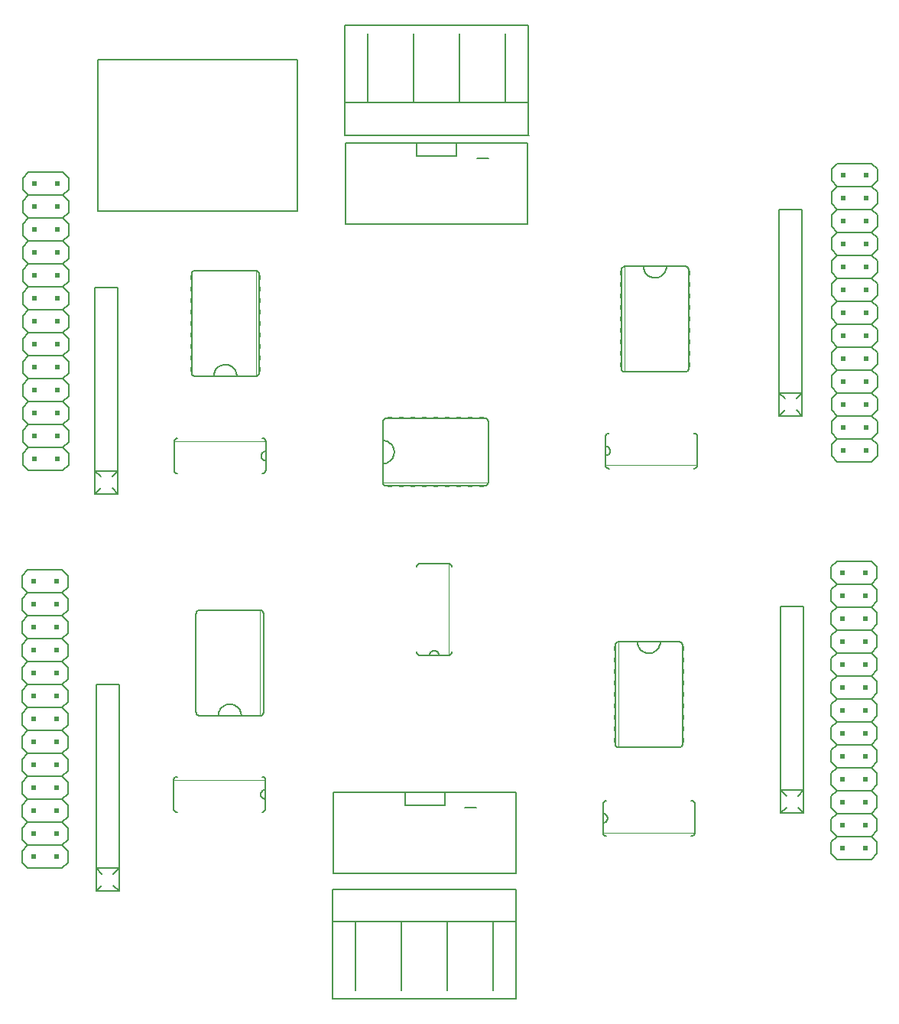
<source format=gto>
G75*
%MOIN*%
%OFA0B0*%
%FSLAX24Y24*%
%IPPOS*%
%LPD*%
%AMOC8*
5,1,8,0,0,1.08239X$1,22.5*
%
%ADD10C,0.0060*%
%ADD11C,0.0020*%
%ADD12R,0.0050X0.0200*%
%ADD13R,0.0200X0.0050*%
%ADD14R,0.0200X0.0200*%
%ADD15C,0.0080*%
%ADD16C,0.0050*%
D10*
X008800Y053921D02*
X008800Y054921D01*
X009800Y054921D01*
X009800Y062921D01*
X008800Y062921D01*
X008800Y054921D01*
X009050Y054671D01*
X009550Y054671D02*
X009800Y054921D01*
X009800Y053921D01*
X009550Y054171D01*
X009800Y053921D02*
X008800Y053921D01*
X009050Y054171D01*
X007579Y055175D02*
X007579Y055675D01*
X007329Y055925D01*
X005829Y055925D01*
X005579Y056175D01*
X005579Y056675D01*
X005829Y056925D01*
X007329Y056925D01*
X007579Y057175D01*
X007579Y057675D01*
X007329Y057925D01*
X005829Y057925D01*
X005579Y058175D01*
X005579Y058675D01*
X005829Y058925D01*
X007329Y058925D01*
X007579Y059175D01*
X007579Y059675D01*
X007329Y059925D01*
X005829Y059925D01*
X005579Y060175D01*
X005579Y060675D01*
X005829Y060925D01*
X007329Y060925D01*
X007579Y061175D01*
X007579Y061675D01*
X007329Y061925D01*
X005829Y061925D01*
X005579Y062175D01*
X005579Y062675D01*
X005829Y062925D01*
X007329Y062925D01*
X007579Y062675D01*
X007579Y062175D01*
X007329Y061925D01*
X007329Y062925D02*
X007579Y063175D01*
X007579Y063675D01*
X007329Y063925D01*
X005829Y063925D01*
X005579Y064175D01*
X005579Y064675D01*
X005829Y064925D01*
X007329Y064925D01*
X007579Y064675D01*
X007579Y064175D01*
X007329Y063925D01*
X007329Y064925D02*
X007579Y065175D01*
X007579Y065675D01*
X007329Y065925D01*
X005829Y065925D01*
X005579Y066175D01*
X005579Y066675D01*
X005829Y066925D01*
X005579Y067175D01*
X005579Y067675D01*
X005829Y067925D01*
X007329Y067925D01*
X007579Y067675D01*
X007579Y067175D01*
X007329Y066925D01*
X005829Y066925D01*
X005829Y065925D02*
X005579Y065675D01*
X005579Y065175D01*
X005829Y064925D01*
X005829Y063925D02*
X005579Y063675D01*
X005579Y063175D01*
X005829Y062925D01*
X005829Y061925D02*
X005579Y061675D01*
X005579Y061175D01*
X005829Y060925D01*
X005829Y059925D02*
X005579Y059675D01*
X005579Y059175D01*
X005829Y058925D01*
X005829Y057925D02*
X005579Y057675D01*
X005579Y057175D01*
X005829Y056925D01*
X005829Y055925D02*
X005579Y055675D01*
X005579Y055175D01*
X005829Y054925D01*
X007329Y054925D01*
X007579Y055175D01*
X007329Y055925D02*
X007579Y056175D01*
X007579Y056675D01*
X007329Y056925D01*
X007329Y057925D02*
X007579Y058175D01*
X007579Y058675D01*
X007329Y058925D01*
X007329Y059925D02*
X007579Y060175D01*
X007579Y060675D01*
X007329Y060925D01*
X007329Y065925D02*
X007579Y066175D01*
X007579Y066675D01*
X007329Y066925D01*
X008764Y071244D02*
X008764Y072244D01*
X009764Y072244D01*
X009764Y080244D01*
X008764Y080244D01*
X008764Y072244D01*
X009014Y071994D01*
X009014Y071494D02*
X008764Y071244D01*
X009764Y071244D01*
X009764Y072244D01*
X009514Y071994D01*
X009514Y071494D02*
X009764Y071244D01*
X007599Y072498D02*
X007599Y072998D01*
X007349Y073248D01*
X005849Y073248D01*
X005599Y073498D01*
X005599Y073998D01*
X005849Y074248D01*
X007349Y074248D01*
X007599Y074498D01*
X007599Y074998D01*
X007349Y075248D01*
X005849Y075248D01*
X005599Y075498D01*
X005599Y075998D01*
X005849Y076248D01*
X007349Y076248D01*
X007599Y076498D01*
X007599Y076998D01*
X007349Y077248D01*
X005849Y077248D01*
X005599Y077498D01*
X005599Y077998D01*
X005849Y078248D01*
X007349Y078248D01*
X007599Y078498D01*
X007599Y078998D01*
X007349Y079248D01*
X005849Y079248D01*
X005599Y079498D01*
X005599Y079998D01*
X005849Y080248D01*
X007349Y080248D01*
X007599Y079998D01*
X007599Y079498D01*
X007349Y079248D01*
X007349Y080248D02*
X007599Y080498D01*
X007599Y080998D01*
X007349Y081248D01*
X005849Y081248D01*
X005599Y081498D01*
X005599Y081998D01*
X005849Y082248D01*
X007349Y082248D01*
X007599Y081998D01*
X007599Y081498D01*
X007349Y081248D01*
X007349Y082248D02*
X007599Y082498D01*
X007599Y082998D01*
X007349Y083248D01*
X005849Y083248D01*
X005599Y083498D01*
X005599Y083998D01*
X005849Y084248D01*
X005599Y084498D01*
X005599Y084998D01*
X005849Y085248D01*
X007349Y085248D01*
X007599Y084998D01*
X007599Y084498D01*
X007349Y084248D01*
X005849Y084248D01*
X005849Y083248D02*
X005599Y082998D01*
X005599Y082498D01*
X005849Y082248D01*
X005849Y081248D02*
X005599Y080998D01*
X005599Y080498D01*
X005849Y080248D01*
X005849Y079248D02*
X005599Y078998D01*
X005599Y078498D01*
X005849Y078248D01*
X005849Y077248D02*
X005599Y076998D01*
X005599Y076498D01*
X005849Y076248D01*
X005849Y075248D02*
X005599Y074998D01*
X005599Y074498D01*
X005849Y074248D01*
X005849Y073248D02*
X005599Y072998D01*
X005599Y072498D01*
X005849Y072248D01*
X007349Y072248D01*
X007599Y072498D01*
X007349Y073248D02*
X007599Y073498D01*
X007599Y073998D01*
X007349Y074248D01*
X007349Y075248D02*
X007599Y075498D01*
X007599Y075998D01*
X007349Y076248D01*
X007349Y077248D02*
X007599Y077498D01*
X007599Y077998D01*
X007349Y078248D01*
X007349Y083248D02*
X007599Y083498D01*
X007599Y083998D01*
X007349Y084248D01*
X012205Y073513D02*
X012205Y072273D01*
X012207Y072250D01*
X012212Y072227D01*
X012221Y072205D01*
X012234Y072185D01*
X012249Y072167D01*
X012267Y072152D01*
X012287Y072139D01*
X012309Y072130D01*
X012332Y072125D01*
X012355Y072123D01*
X012205Y073513D02*
X012207Y073536D01*
X012212Y073559D01*
X012221Y073581D01*
X012234Y073601D01*
X012249Y073619D01*
X012267Y073634D01*
X012287Y073647D01*
X012309Y073656D01*
X012332Y073661D01*
X012355Y073663D01*
X013118Y076369D02*
X013938Y076369D01*
X014938Y076369D01*
X015758Y076369D01*
X015781Y076371D01*
X015804Y076376D01*
X015826Y076385D01*
X015846Y076398D01*
X015864Y076413D01*
X015879Y076431D01*
X015892Y076451D01*
X015901Y076473D01*
X015906Y076496D01*
X015908Y076519D01*
X015908Y080819D01*
X015906Y080842D01*
X015901Y080865D01*
X015892Y080887D01*
X015879Y080907D01*
X015864Y080925D01*
X015846Y080940D01*
X015826Y080953D01*
X015804Y080962D01*
X015781Y080967D01*
X015758Y080969D01*
X013118Y080969D01*
X013095Y080967D01*
X013072Y080962D01*
X013050Y080953D01*
X013030Y080940D01*
X013012Y080925D01*
X012997Y080907D01*
X012984Y080887D01*
X012975Y080865D01*
X012970Y080842D01*
X012968Y080819D01*
X012968Y076519D01*
X012970Y076496D01*
X012975Y076473D01*
X012984Y076451D01*
X012997Y076431D01*
X013012Y076413D01*
X013030Y076398D01*
X013050Y076385D01*
X013072Y076376D01*
X013095Y076371D01*
X013118Y076369D01*
X013938Y076369D02*
X013940Y076413D01*
X013946Y076456D01*
X013955Y076498D01*
X013968Y076540D01*
X013985Y076580D01*
X014005Y076619D01*
X014028Y076656D01*
X014055Y076690D01*
X014084Y076723D01*
X014117Y076752D01*
X014151Y076779D01*
X014188Y076802D01*
X014227Y076822D01*
X014267Y076839D01*
X014309Y076852D01*
X014351Y076861D01*
X014394Y076867D01*
X014438Y076869D01*
X014482Y076867D01*
X014525Y076861D01*
X014567Y076852D01*
X014609Y076839D01*
X014649Y076822D01*
X014688Y076802D01*
X014725Y076779D01*
X014759Y076752D01*
X014792Y076723D01*
X014821Y076690D01*
X014848Y076656D01*
X014871Y076619D01*
X014891Y076580D01*
X014908Y076540D01*
X014921Y076498D01*
X014930Y076456D01*
X014936Y076413D01*
X014938Y076369D01*
X016055Y073663D02*
X016078Y073661D01*
X016101Y073656D01*
X016123Y073647D01*
X016143Y073634D01*
X016161Y073619D01*
X016176Y073601D01*
X016189Y073581D01*
X016198Y073559D01*
X016203Y073536D01*
X016205Y073513D01*
X016205Y073093D01*
X016205Y072693D01*
X016205Y072273D01*
X016203Y072250D01*
X016198Y072227D01*
X016189Y072205D01*
X016176Y072185D01*
X016161Y072167D01*
X016143Y072152D01*
X016123Y072139D01*
X016101Y072130D01*
X016078Y072125D01*
X016055Y072123D01*
X016205Y072693D02*
X016178Y072695D01*
X016151Y072700D01*
X016125Y072710D01*
X016101Y072722D01*
X016079Y072738D01*
X016059Y072756D01*
X016042Y072778D01*
X016027Y072801D01*
X016017Y072826D01*
X016009Y072852D01*
X016005Y072879D01*
X016005Y072907D01*
X016009Y072934D01*
X016017Y072960D01*
X016027Y072985D01*
X016042Y073008D01*
X016059Y073030D01*
X016079Y073048D01*
X016101Y073064D01*
X016125Y073076D01*
X016151Y073086D01*
X016178Y073091D01*
X016205Y073093D01*
X015954Y066166D02*
X013314Y066166D01*
X013291Y066164D01*
X013268Y066159D01*
X013246Y066150D01*
X013226Y066137D01*
X013208Y066122D01*
X013193Y066104D01*
X013180Y066084D01*
X013171Y066062D01*
X013166Y066039D01*
X013164Y066016D01*
X013164Y061716D01*
X013166Y061693D01*
X013171Y061670D01*
X013180Y061648D01*
X013193Y061628D01*
X013208Y061610D01*
X013226Y061595D01*
X013246Y061582D01*
X013268Y061573D01*
X013291Y061568D01*
X013314Y061566D01*
X014134Y061566D01*
X015134Y061566D01*
X015954Y061566D01*
X015977Y061568D01*
X016000Y061573D01*
X016022Y061582D01*
X016042Y061595D01*
X016060Y061610D01*
X016075Y061628D01*
X016088Y061648D01*
X016097Y061670D01*
X016102Y061693D01*
X016104Y061716D01*
X016104Y066016D01*
X016102Y066039D01*
X016097Y066062D01*
X016088Y066084D01*
X016075Y066104D01*
X016060Y066122D01*
X016042Y066137D01*
X016022Y066150D01*
X016000Y066159D01*
X015977Y066164D01*
X015954Y066166D01*
X015134Y061566D02*
X015132Y061610D01*
X015126Y061653D01*
X015117Y061695D01*
X015104Y061737D01*
X015087Y061777D01*
X015067Y061816D01*
X015044Y061853D01*
X015017Y061887D01*
X014988Y061920D01*
X014955Y061949D01*
X014921Y061976D01*
X014884Y061999D01*
X014845Y062019D01*
X014805Y062036D01*
X014763Y062049D01*
X014721Y062058D01*
X014678Y062064D01*
X014634Y062066D01*
X014590Y062064D01*
X014547Y062058D01*
X014505Y062049D01*
X014463Y062036D01*
X014423Y062019D01*
X014384Y061999D01*
X014347Y061976D01*
X014313Y061949D01*
X014280Y061920D01*
X014251Y061887D01*
X014224Y061853D01*
X014201Y061816D01*
X014181Y061777D01*
X014164Y061737D01*
X014151Y061695D01*
X014142Y061653D01*
X014136Y061610D01*
X014134Y061566D01*
X012336Y058911D02*
X012313Y058909D01*
X012290Y058904D01*
X012268Y058895D01*
X012248Y058882D01*
X012230Y058867D01*
X012215Y058849D01*
X012202Y058829D01*
X012193Y058807D01*
X012188Y058784D01*
X012186Y058761D01*
X012186Y057521D01*
X012188Y057498D01*
X012193Y057475D01*
X012202Y057453D01*
X012215Y057433D01*
X012230Y057415D01*
X012248Y057400D01*
X012268Y057387D01*
X012290Y057378D01*
X012313Y057373D01*
X012336Y057371D01*
X016036Y057371D02*
X016059Y057373D01*
X016082Y057378D01*
X016104Y057387D01*
X016124Y057400D01*
X016142Y057415D01*
X016157Y057433D01*
X016170Y057453D01*
X016179Y057475D01*
X016184Y057498D01*
X016186Y057521D01*
X016186Y057941D01*
X016186Y058341D01*
X016186Y058761D01*
X016184Y058784D01*
X016179Y058807D01*
X016170Y058829D01*
X016157Y058849D01*
X016142Y058867D01*
X016124Y058882D01*
X016104Y058895D01*
X016082Y058904D01*
X016059Y058909D01*
X016036Y058911D01*
X016186Y058341D02*
X016159Y058339D01*
X016132Y058334D01*
X016106Y058324D01*
X016082Y058312D01*
X016060Y058296D01*
X016040Y058278D01*
X016023Y058256D01*
X016008Y058233D01*
X015998Y058208D01*
X015990Y058182D01*
X015986Y058155D01*
X015986Y058127D01*
X015990Y058100D01*
X015998Y058074D01*
X016008Y058049D01*
X016023Y058026D01*
X016040Y058004D01*
X016060Y057986D01*
X016082Y057970D01*
X016106Y057958D01*
X016132Y057948D01*
X016159Y057943D01*
X016186Y057941D01*
X022928Y064204D02*
X023348Y064204D01*
X023748Y064204D01*
X024168Y064204D01*
X024191Y064206D01*
X024214Y064211D01*
X024236Y064220D01*
X024256Y064233D01*
X024274Y064248D01*
X024289Y064266D01*
X024302Y064286D01*
X024311Y064308D01*
X024316Y064331D01*
X024318Y064354D01*
X023748Y064204D02*
X023746Y064231D01*
X023741Y064258D01*
X023731Y064284D01*
X023719Y064308D01*
X023703Y064330D01*
X023685Y064350D01*
X023663Y064367D01*
X023640Y064382D01*
X023615Y064392D01*
X023589Y064400D01*
X023562Y064404D01*
X023534Y064404D01*
X023507Y064400D01*
X023481Y064392D01*
X023456Y064382D01*
X023433Y064367D01*
X023411Y064350D01*
X023393Y064330D01*
X023377Y064308D01*
X023365Y064284D01*
X023355Y064258D01*
X023350Y064231D01*
X023348Y064204D01*
X022928Y064204D02*
X022905Y064206D01*
X022882Y064211D01*
X022860Y064220D01*
X022840Y064233D01*
X022822Y064248D01*
X022807Y064266D01*
X022794Y064286D01*
X022785Y064308D01*
X022780Y064331D01*
X022778Y064354D01*
X022778Y068054D02*
X022780Y068077D01*
X022785Y068100D01*
X022794Y068122D01*
X022807Y068142D01*
X022822Y068160D01*
X022840Y068175D01*
X022860Y068188D01*
X022882Y068197D01*
X022905Y068202D01*
X022928Y068204D01*
X024168Y068204D01*
X024191Y068202D01*
X024214Y068197D01*
X024236Y068188D01*
X024256Y068175D01*
X024274Y068160D01*
X024289Y068142D01*
X024302Y068122D01*
X024311Y068100D01*
X024316Y068077D01*
X024318Y068054D01*
X025753Y071589D02*
X021453Y071589D01*
X021430Y071591D01*
X021407Y071596D01*
X021385Y071605D01*
X021365Y071618D01*
X021347Y071633D01*
X021332Y071651D01*
X021319Y071671D01*
X021310Y071693D01*
X021305Y071716D01*
X021303Y071739D01*
X021303Y072559D01*
X021303Y073559D01*
X021303Y074379D01*
X021305Y074402D01*
X021310Y074425D01*
X021319Y074447D01*
X021332Y074467D01*
X021347Y074485D01*
X021365Y074500D01*
X021385Y074513D01*
X021407Y074522D01*
X021430Y074527D01*
X021453Y074529D01*
X025753Y074529D01*
X025776Y074527D01*
X025799Y074522D01*
X025821Y074513D01*
X025841Y074500D01*
X025859Y074485D01*
X025874Y074467D01*
X025887Y074447D01*
X025896Y074425D01*
X025901Y074402D01*
X025903Y074379D01*
X025903Y071739D01*
X025901Y071716D01*
X025896Y071693D01*
X025887Y071671D01*
X025874Y071651D01*
X025859Y071633D01*
X025841Y071618D01*
X025821Y071605D01*
X025799Y071596D01*
X025776Y071591D01*
X025753Y071589D01*
X021303Y072559D02*
X021347Y072561D01*
X021390Y072567D01*
X021432Y072576D01*
X021474Y072589D01*
X021514Y072606D01*
X021553Y072626D01*
X021590Y072649D01*
X021624Y072676D01*
X021657Y072705D01*
X021686Y072738D01*
X021713Y072772D01*
X021736Y072809D01*
X021756Y072848D01*
X021773Y072888D01*
X021786Y072930D01*
X021795Y072972D01*
X021801Y073015D01*
X021803Y073059D01*
X021801Y073103D01*
X021795Y073146D01*
X021786Y073188D01*
X021773Y073230D01*
X021756Y073270D01*
X021736Y073309D01*
X021713Y073346D01*
X021686Y073380D01*
X021657Y073413D01*
X021624Y073442D01*
X021590Y073469D01*
X021553Y073492D01*
X021514Y073512D01*
X021474Y073529D01*
X021432Y073542D01*
X021390Y073551D01*
X021347Y073557D01*
X021303Y073559D01*
X030910Y057718D02*
X030910Y057298D01*
X030910Y056898D01*
X030910Y056478D01*
X030912Y056455D01*
X030917Y056432D01*
X030926Y056410D01*
X030939Y056390D01*
X030954Y056372D01*
X030972Y056357D01*
X030992Y056344D01*
X031014Y056335D01*
X031037Y056330D01*
X031060Y056328D01*
X030910Y056898D02*
X030937Y056900D01*
X030964Y056905D01*
X030990Y056915D01*
X031014Y056927D01*
X031036Y056943D01*
X031056Y056961D01*
X031073Y056983D01*
X031088Y057006D01*
X031098Y057031D01*
X031106Y057057D01*
X031110Y057084D01*
X031110Y057112D01*
X031106Y057139D01*
X031098Y057165D01*
X031088Y057190D01*
X031073Y057213D01*
X031056Y057235D01*
X031036Y057253D01*
X031014Y057269D01*
X030990Y057281D01*
X030964Y057291D01*
X030937Y057296D01*
X030910Y057298D01*
X030910Y057718D02*
X030912Y057741D01*
X030917Y057764D01*
X030926Y057786D01*
X030939Y057806D01*
X030954Y057824D01*
X030972Y057839D01*
X030992Y057852D01*
X031014Y057861D01*
X031037Y057866D01*
X031060Y057868D01*
X031590Y060192D02*
X034230Y060192D01*
X034253Y060194D01*
X034276Y060199D01*
X034298Y060208D01*
X034318Y060221D01*
X034336Y060236D01*
X034351Y060254D01*
X034364Y060274D01*
X034373Y060296D01*
X034378Y060319D01*
X034380Y060342D01*
X034380Y064642D01*
X034378Y064665D01*
X034373Y064688D01*
X034364Y064710D01*
X034351Y064730D01*
X034336Y064748D01*
X034318Y064763D01*
X034298Y064776D01*
X034276Y064785D01*
X034253Y064790D01*
X034230Y064792D01*
X033410Y064792D01*
X032410Y064792D01*
X031590Y064792D01*
X031567Y064790D01*
X031544Y064785D01*
X031522Y064776D01*
X031502Y064763D01*
X031484Y064748D01*
X031469Y064730D01*
X031456Y064710D01*
X031447Y064688D01*
X031442Y064665D01*
X031440Y064642D01*
X031440Y060342D01*
X031442Y060319D01*
X031447Y060296D01*
X031456Y060274D01*
X031469Y060254D01*
X031484Y060236D01*
X031502Y060221D01*
X031522Y060208D01*
X031544Y060199D01*
X031567Y060194D01*
X031590Y060192D01*
X032410Y064792D02*
X032412Y064748D01*
X032418Y064705D01*
X032427Y064663D01*
X032440Y064621D01*
X032457Y064581D01*
X032477Y064542D01*
X032500Y064505D01*
X032527Y064471D01*
X032556Y064438D01*
X032589Y064409D01*
X032623Y064382D01*
X032660Y064359D01*
X032699Y064339D01*
X032739Y064322D01*
X032781Y064309D01*
X032823Y064300D01*
X032866Y064294D01*
X032910Y064292D01*
X032954Y064294D01*
X032997Y064300D01*
X033039Y064309D01*
X033081Y064322D01*
X033121Y064339D01*
X033160Y064359D01*
X033197Y064382D01*
X033231Y064409D01*
X033264Y064438D01*
X033293Y064471D01*
X033320Y064505D01*
X033343Y064542D01*
X033363Y064581D01*
X033380Y064621D01*
X033393Y064663D01*
X033402Y064705D01*
X033408Y064748D01*
X033410Y064792D01*
X034760Y057868D02*
X034783Y057866D01*
X034806Y057861D01*
X034828Y057852D01*
X034848Y057839D01*
X034866Y057824D01*
X034881Y057806D01*
X034894Y057786D01*
X034903Y057764D01*
X034908Y057741D01*
X034910Y057718D01*
X034910Y056478D01*
X034908Y056455D01*
X034903Y056432D01*
X034894Y056410D01*
X034881Y056390D01*
X034866Y056372D01*
X034848Y056357D01*
X034828Y056344D01*
X034806Y056335D01*
X034783Y056330D01*
X034760Y056328D01*
X038650Y057315D02*
X038650Y058315D01*
X039650Y058315D01*
X039650Y066315D01*
X038650Y066315D01*
X038650Y058315D01*
X038900Y058065D01*
X039400Y058065D02*
X039650Y058315D01*
X039650Y057315D01*
X039400Y057565D01*
X039650Y057315D02*
X038650Y057315D01*
X038900Y057565D01*
X040863Y057557D02*
X040863Y058057D01*
X041113Y058307D01*
X042613Y058307D01*
X042863Y058057D01*
X042863Y057557D01*
X042613Y057307D01*
X041113Y057307D01*
X040863Y057557D01*
X041113Y057307D02*
X040863Y057057D01*
X040863Y056557D01*
X041113Y056307D01*
X040863Y056057D01*
X040863Y055557D01*
X041113Y055307D01*
X042613Y055307D01*
X042863Y055557D01*
X042863Y056057D01*
X042613Y056307D01*
X041113Y056307D01*
X041113Y058307D02*
X040863Y058557D01*
X040863Y059057D01*
X041113Y059307D01*
X042613Y059307D01*
X042863Y059057D01*
X042863Y058557D01*
X042613Y058307D01*
X042613Y059307D02*
X042863Y059557D01*
X042863Y060057D01*
X042613Y060307D01*
X041113Y060307D01*
X040863Y060557D01*
X040863Y061057D01*
X041113Y061307D01*
X042613Y061307D01*
X042863Y061057D01*
X042863Y060557D01*
X042613Y060307D01*
X042613Y061307D02*
X042863Y061557D01*
X042863Y062057D01*
X042613Y062307D01*
X041113Y062307D01*
X040863Y062057D01*
X040863Y061557D01*
X041113Y061307D01*
X041113Y062307D02*
X040863Y062557D01*
X040863Y063057D01*
X041113Y063307D01*
X042613Y063307D01*
X042863Y063057D01*
X042863Y062557D01*
X042613Y062307D01*
X042613Y063307D02*
X042863Y063557D01*
X042863Y064057D01*
X042613Y064307D01*
X041113Y064307D01*
X040863Y064057D01*
X040863Y063557D01*
X041113Y063307D01*
X041113Y064307D02*
X040863Y064557D01*
X040863Y065057D01*
X041113Y065307D01*
X042613Y065307D01*
X042863Y065057D01*
X042863Y064557D01*
X042613Y064307D01*
X042613Y065307D02*
X042863Y065557D01*
X042863Y066057D01*
X042613Y066307D01*
X041113Y066307D01*
X040863Y066057D01*
X040863Y065557D01*
X041113Y065307D01*
X041113Y066307D02*
X040863Y066557D01*
X040863Y067057D01*
X041113Y067307D01*
X042613Y067307D01*
X042863Y067057D01*
X042863Y066557D01*
X042613Y066307D01*
X042613Y067307D02*
X042863Y067557D01*
X042863Y068057D01*
X042613Y068307D01*
X041113Y068307D01*
X040863Y068057D01*
X040863Y067557D01*
X041113Y067307D01*
X041121Y072641D02*
X042621Y072641D01*
X042871Y072891D01*
X042871Y073391D01*
X042621Y073641D01*
X041121Y073641D01*
X040871Y073391D01*
X040871Y072891D01*
X041121Y072641D01*
X041121Y073641D02*
X040871Y073891D01*
X040871Y074391D01*
X041121Y074641D01*
X042621Y074641D01*
X042871Y074391D01*
X042871Y073891D01*
X042621Y073641D01*
X042621Y074641D02*
X042871Y074891D01*
X042871Y075391D01*
X042621Y075641D01*
X041121Y075641D01*
X040871Y075891D01*
X040871Y076391D01*
X041121Y076641D01*
X042621Y076641D01*
X042871Y076391D01*
X042871Y075891D01*
X042621Y075641D01*
X042621Y076641D02*
X042871Y076891D01*
X042871Y077391D01*
X042621Y077641D01*
X041121Y077641D01*
X040871Y077891D01*
X040871Y078391D01*
X041121Y078641D01*
X042621Y078641D01*
X042871Y078391D01*
X042871Y077891D01*
X042621Y077641D01*
X042621Y078641D02*
X042871Y078891D01*
X042871Y079391D01*
X042621Y079641D01*
X041121Y079641D01*
X040871Y079391D01*
X040871Y078891D01*
X041121Y078641D01*
X041121Y077641D02*
X040871Y077391D01*
X040871Y076891D01*
X041121Y076641D01*
X041121Y075641D02*
X040871Y075391D01*
X040871Y074891D01*
X041121Y074641D01*
X039591Y074637D02*
X039591Y075637D01*
X039591Y083637D01*
X038591Y083637D01*
X038591Y075637D01*
X038591Y074637D01*
X038841Y074887D01*
X038591Y074637D02*
X039591Y074637D01*
X039341Y074887D01*
X039341Y075387D02*
X039591Y075637D01*
X038591Y075637D01*
X038841Y075387D01*
X041121Y079641D02*
X040871Y079891D01*
X040871Y080391D01*
X041121Y080641D01*
X042621Y080641D01*
X042871Y080391D01*
X042871Y079891D01*
X042621Y079641D01*
X042621Y080641D02*
X042871Y080891D01*
X042871Y081391D01*
X042621Y081641D01*
X041121Y081641D01*
X040871Y081391D01*
X040871Y080891D01*
X041121Y080641D01*
X041121Y081641D02*
X040871Y081891D01*
X040871Y082391D01*
X041121Y082641D01*
X042621Y082641D01*
X042871Y082391D01*
X042871Y081891D01*
X042621Y081641D01*
X042621Y082641D02*
X042871Y082891D01*
X042871Y083391D01*
X042621Y083641D01*
X041121Y083641D01*
X040871Y083391D01*
X040871Y082891D01*
X041121Y082641D01*
X041121Y083641D02*
X040871Y083891D01*
X040871Y084391D01*
X041121Y084641D01*
X042621Y084641D01*
X042871Y084391D01*
X042871Y083891D01*
X042621Y083641D01*
X042621Y084641D02*
X042871Y084891D01*
X042871Y085391D01*
X042621Y085641D01*
X041121Y085641D01*
X040871Y085391D01*
X040871Y084891D01*
X041121Y084641D01*
X035020Y073730D02*
X035020Y072490D01*
X035018Y072467D01*
X035013Y072444D01*
X035004Y072422D01*
X034991Y072402D01*
X034976Y072384D01*
X034958Y072369D01*
X034938Y072356D01*
X034916Y072347D01*
X034893Y072342D01*
X034870Y072340D01*
X035020Y073730D02*
X035018Y073753D01*
X035013Y073776D01*
X035004Y073798D01*
X034991Y073818D01*
X034976Y073836D01*
X034958Y073851D01*
X034938Y073864D01*
X034916Y073873D01*
X034893Y073878D01*
X034870Y073880D01*
X034494Y076550D02*
X031854Y076550D01*
X031831Y076552D01*
X031808Y076557D01*
X031786Y076566D01*
X031766Y076579D01*
X031748Y076594D01*
X031733Y076612D01*
X031720Y076632D01*
X031711Y076654D01*
X031706Y076677D01*
X031704Y076700D01*
X031704Y081000D01*
X031706Y081023D01*
X031711Y081046D01*
X031720Y081068D01*
X031733Y081088D01*
X031748Y081106D01*
X031766Y081121D01*
X031786Y081134D01*
X031808Y081143D01*
X031831Y081148D01*
X031854Y081150D01*
X032674Y081150D01*
X033674Y081150D01*
X034494Y081150D01*
X034517Y081148D01*
X034540Y081143D01*
X034562Y081134D01*
X034582Y081121D01*
X034600Y081106D01*
X034615Y081088D01*
X034628Y081068D01*
X034637Y081046D01*
X034642Y081023D01*
X034644Y081000D01*
X034644Y076700D01*
X034642Y076677D01*
X034637Y076654D01*
X034628Y076632D01*
X034615Y076612D01*
X034600Y076594D01*
X034582Y076579D01*
X034562Y076566D01*
X034540Y076557D01*
X034517Y076552D01*
X034494Y076550D01*
X033674Y081150D02*
X033672Y081106D01*
X033666Y081063D01*
X033657Y081021D01*
X033644Y080979D01*
X033627Y080939D01*
X033607Y080900D01*
X033584Y080863D01*
X033557Y080829D01*
X033528Y080796D01*
X033495Y080767D01*
X033461Y080740D01*
X033424Y080717D01*
X033385Y080697D01*
X033345Y080680D01*
X033303Y080667D01*
X033261Y080658D01*
X033218Y080652D01*
X033174Y080650D01*
X033130Y080652D01*
X033087Y080658D01*
X033045Y080667D01*
X033003Y080680D01*
X032963Y080697D01*
X032924Y080717D01*
X032887Y080740D01*
X032853Y080767D01*
X032820Y080796D01*
X032791Y080829D01*
X032764Y080863D01*
X032741Y080900D01*
X032721Y080939D01*
X032704Y080979D01*
X032691Y081021D01*
X032682Y081063D01*
X032676Y081106D01*
X032674Y081150D01*
X031170Y073880D02*
X031147Y073878D01*
X031124Y073873D01*
X031102Y073864D01*
X031082Y073851D01*
X031064Y073836D01*
X031049Y073818D01*
X031036Y073798D01*
X031027Y073776D01*
X031022Y073753D01*
X031020Y073730D01*
X031020Y073310D01*
X031020Y072910D01*
X031020Y072490D01*
X031022Y072467D01*
X031027Y072444D01*
X031036Y072422D01*
X031049Y072402D01*
X031064Y072384D01*
X031082Y072369D01*
X031102Y072356D01*
X031124Y072347D01*
X031147Y072342D01*
X031170Y072340D01*
X031020Y072910D02*
X031047Y072912D01*
X031074Y072917D01*
X031100Y072927D01*
X031124Y072939D01*
X031146Y072955D01*
X031166Y072973D01*
X031183Y072995D01*
X031198Y073018D01*
X031208Y073043D01*
X031216Y073069D01*
X031220Y073096D01*
X031220Y073124D01*
X031216Y073151D01*
X031208Y073177D01*
X031198Y073202D01*
X031183Y073225D01*
X031166Y073247D01*
X031146Y073265D01*
X031124Y073281D01*
X031100Y073293D01*
X031074Y073303D01*
X031047Y073308D01*
X031020Y073310D01*
X041113Y060307D02*
X040863Y060057D01*
X040863Y059557D01*
X041113Y059307D01*
X042613Y057307D02*
X042863Y057057D01*
X042863Y056557D01*
X042613Y056307D01*
D11*
X034910Y056468D02*
X030910Y056468D01*
X031580Y060192D02*
X031580Y064792D01*
X031020Y072480D02*
X035020Y072480D01*
X031844Y076550D02*
X031844Y081150D01*
X025903Y071729D02*
X021303Y071729D01*
X024178Y068204D02*
X024178Y064204D01*
X015964Y066166D02*
X015964Y061566D01*
X016186Y058771D02*
X012186Y058771D01*
X012205Y073523D02*
X016205Y073523D01*
X015768Y076369D02*
X015768Y080969D01*
D12*
X015933Y080669D03*
X015933Y080169D03*
X015933Y079669D03*
X015933Y079169D03*
X015933Y078669D03*
X015933Y078169D03*
X015933Y077669D03*
X015933Y077169D03*
X015933Y076669D03*
X012943Y076669D03*
X012943Y077169D03*
X012943Y077669D03*
X012943Y078169D03*
X012943Y078669D03*
X012943Y079169D03*
X012943Y079669D03*
X012943Y080169D03*
X012943Y080669D03*
X013139Y065866D03*
X013139Y065366D03*
X013139Y064866D03*
X013139Y064366D03*
X013139Y063866D03*
X013139Y063366D03*
X013139Y062866D03*
X013139Y062366D03*
X013139Y061866D03*
X016129Y061866D03*
X016129Y062366D03*
X016129Y062866D03*
X016129Y063366D03*
X016129Y063866D03*
X016129Y064366D03*
X016129Y064866D03*
X016129Y065366D03*
X016129Y065866D03*
X031415Y064492D03*
X031415Y063992D03*
X031415Y063492D03*
X031415Y062992D03*
X031415Y062492D03*
X031415Y061992D03*
X031415Y061492D03*
X031415Y060992D03*
X031415Y060492D03*
X034405Y060492D03*
X034405Y060992D03*
X034405Y061492D03*
X034405Y061992D03*
X034405Y062492D03*
X034405Y062992D03*
X034405Y063492D03*
X034405Y063992D03*
X034405Y064492D03*
X034669Y076850D03*
X034669Y077350D03*
X034669Y077850D03*
X034669Y078350D03*
X034669Y078850D03*
X034669Y079350D03*
X034669Y079850D03*
X034669Y080350D03*
X034669Y080850D03*
X031679Y080850D03*
X031679Y080350D03*
X031679Y079850D03*
X031679Y079350D03*
X031679Y078850D03*
X031679Y078350D03*
X031679Y077850D03*
X031679Y077350D03*
X031679Y076850D03*
D13*
X025603Y074554D03*
X025103Y074554D03*
X024603Y074554D03*
X024103Y074554D03*
X023603Y074554D03*
X023103Y074554D03*
X022603Y074554D03*
X022103Y074554D03*
X021603Y074554D03*
X021603Y071564D03*
X022103Y071564D03*
X022603Y071564D03*
X023103Y071564D03*
X023603Y071564D03*
X024103Y071564D03*
X024603Y071564D03*
X025103Y071564D03*
X025603Y071564D03*
D14*
X041371Y073141D03*
X041371Y074141D03*
X041371Y075141D03*
X041371Y076141D03*
X042371Y076141D03*
X042371Y075141D03*
X042371Y074141D03*
X042371Y073141D03*
X042371Y077141D03*
X042371Y078141D03*
X042371Y079141D03*
X042371Y080141D03*
X042371Y081141D03*
X042371Y082141D03*
X042371Y083141D03*
X042371Y084141D03*
X042371Y085141D03*
X041371Y085141D03*
X041371Y084141D03*
X041371Y083141D03*
X041371Y082141D03*
X041371Y081141D03*
X041371Y080141D03*
X041371Y079141D03*
X041371Y078141D03*
X041371Y077141D03*
X041363Y067807D03*
X041363Y066807D03*
X041363Y065807D03*
X041363Y064807D03*
X041363Y063807D03*
X041363Y062807D03*
X041363Y061807D03*
X041363Y060807D03*
X041363Y059807D03*
X041363Y058807D03*
X042363Y058807D03*
X042363Y059807D03*
X042363Y060807D03*
X042363Y061807D03*
X042363Y062807D03*
X042363Y063807D03*
X042363Y064807D03*
X042363Y065807D03*
X042363Y066807D03*
X042363Y067807D03*
X042363Y057807D03*
X042363Y056807D03*
X042363Y055807D03*
X041363Y055807D03*
X041363Y056807D03*
X041363Y057807D03*
X007079Y057425D03*
X007079Y058425D03*
X007079Y059425D03*
X007079Y060425D03*
X007079Y061425D03*
X007079Y062425D03*
X007079Y063425D03*
X007079Y064425D03*
X007079Y065425D03*
X007079Y066425D03*
X007079Y067425D03*
X006079Y067425D03*
X006079Y066425D03*
X006079Y065425D03*
X006079Y064425D03*
X006079Y063425D03*
X006079Y062425D03*
X006079Y061425D03*
X006079Y060425D03*
X006079Y059425D03*
X006079Y058425D03*
X006079Y057425D03*
X006079Y056425D03*
X006079Y055425D03*
X007079Y055425D03*
X007079Y056425D03*
X007099Y072748D03*
X007099Y073748D03*
X007099Y074748D03*
X007099Y075748D03*
X007099Y076748D03*
X007099Y077748D03*
X007099Y078748D03*
X007099Y079748D03*
X007099Y080748D03*
X007099Y081748D03*
X007099Y082748D03*
X007099Y083748D03*
X007099Y084748D03*
X006099Y084748D03*
X006099Y083748D03*
X006099Y082748D03*
X006099Y081748D03*
X006099Y080748D03*
X006099Y079748D03*
X006099Y078748D03*
X006099Y077748D03*
X006099Y076748D03*
X006099Y075748D03*
X006099Y074748D03*
X006099Y073748D03*
X006099Y072748D03*
D15*
X019162Y058236D02*
X019162Y054693D01*
X027115Y054693D01*
X027115Y054732D02*
X027115Y058236D01*
X024005Y058236D01*
X024005Y057645D01*
X022272Y057645D01*
X022272Y058236D01*
X024005Y058236D01*
X024888Y057557D02*
X025388Y057557D01*
X022272Y058236D02*
X019162Y058236D01*
X019674Y083000D02*
X019674Y086543D01*
X022784Y086543D01*
X022784Y085952D01*
X024516Y085952D01*
X024516Y086543D01*
X027627Y086543D01*
X027627Y083039D01*
X027627Y083000D02*
X019674Y083000D01*
X022784Y086543D02*
X024516Y086543D01*
X025400Y085864D02*
X025900Y085864D01*
D16*
X027115Y049216D02*
X019115Y049216D01*
X019115Y052602D01*
X020115Y052602D01*
X020115Y049602D01*
X020115Y052602D02*
X022115Y052602D01*
X022115Y049602D01*
X022115Y052602D02*
X024115Y052602D01*
X024115Y049602D01*
X024115Y052602D02*
X026115Y052602D01*
X026115Y049602D01*
X027115Y049216D02*
X027115Y052602D01*
X026115Y052602D01*
X027115Y052602D02*
X027115Y054008D01*
X019111Y054008D01*
X019115Y054004D02*
X019115Y052602D01*
X017587Y083551D02*
X008886Y083551D01*
X008886Y090165D01*
X017587Y090165D01*
X017587Y083551D01*
X019662Y086874D02*
X027666Y086874D01*
X027662Y086878D02*
X027662Y088279D01*
X026662Y088279D01*
X026662Y091279D01*
X027662Y091665D02*
X019662Y091665D01*
X019662Y088279D01*
X020662Y088279D01*
X020662Y091279D01*
X020662Y088279D02*
X022662Y088279D01*
X022662Y091279D01*
X022662Y088279D02*
X024662Y088279D01*
X024662Y091279D01*
X024662Y088279D02*
X026662Y088279D01*
X027662Y088279D02*
X027662Y091665D01*
X019662Y088279D02*
X019662Y086874D01*
M02*

</source>
